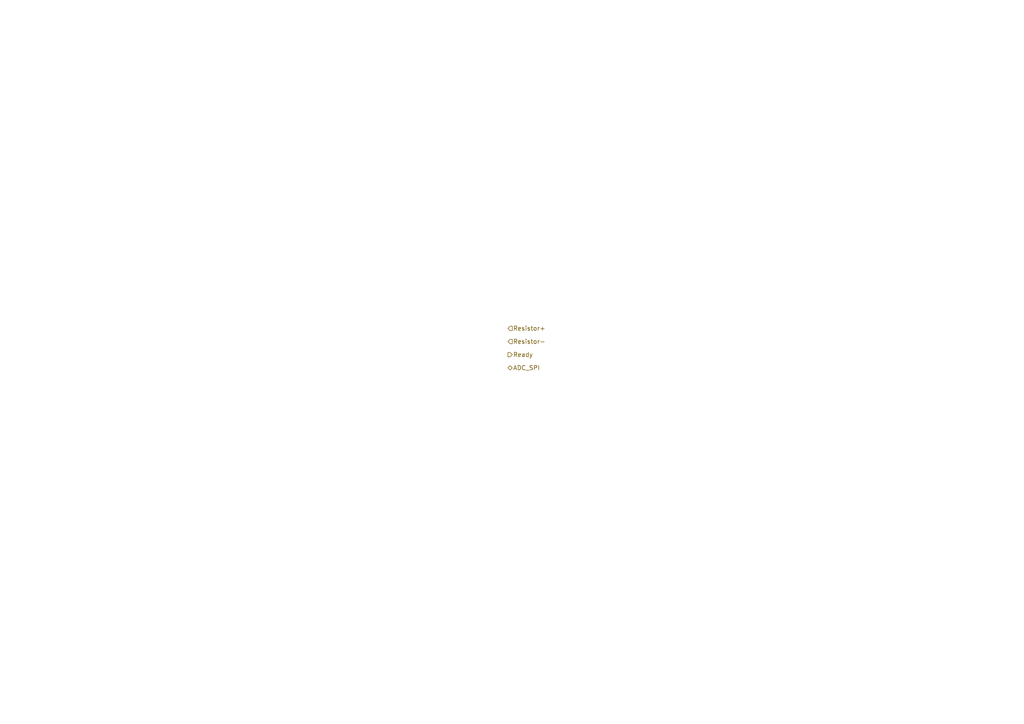
<source format=kicad_sch>
(kicad_sch
	(version 20250114)
	(generator "eeschema")
	(generator_version "9.0")
	(uuid "a749afb8-43c1-49ba-84ed-8f65a99599c0")
	(paper "A4")
	(lib_symbols)
	(hierarchical_label "Ready"
		(shape output)
		(at 147.32 102.87 0)
		(effects
			(font
				(size 1.27 1.27)
			)
			(justify left)
		)
		(uuid "0e37fb61-92e4-43f6-8c98-1b79c3823a1d")
	)
	(hierarchical_label "Resistor+"
		(shape input)
		(at 147.32 95.25 0)
		(effects
			(font
				(size 1.27 1.27)
			)
			(justify left)
		)
		(uuid "3cdcf047-b8f0-4592-aae5-cf8b43ce4aa6")
	)
	(hierarchical_label "Resistor-"
		(shape input)
		(at 147.32 99.06 0)
		(effects
			(font
				(size 1.27 1.27)
			)
			(justify left)
		)
		(uuid "9017ee56-70aa-4d94-a497-51a74b86cc4b")
	)
	(hierarchical_label "ADC_SPI"
		(shape bidirectional)
		(at 147.32 106.68 0)
		(effects
			(font
				(size 1.27 1.27)
			)
			(justify left)
		)
		(uuid "ece58880-3a51-4d6d-a627-f80e500996df")
	)
)

</source>
